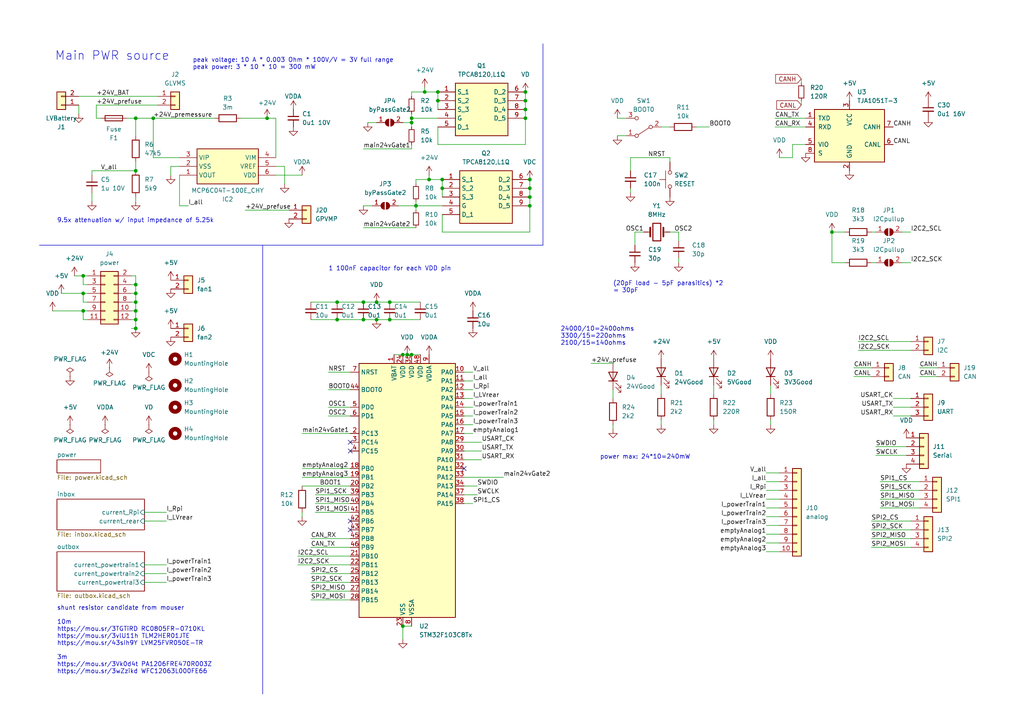
<source format=kicad_sch>
(kicad_sch (version 20230121) (generator eeschema)
  (paper "A4")
  (title_block (title "EP5 rearbox powerboard") (date "2024-06-27") (rev "2.0") (company "NTURacing") (comment 1 "郭哲明") (comment 2 "Electrical group"))
  (junction (at 116.84 102.87))
  (junction (at 39.37 92.71))
  (junction (at 24.13 90.17))
  (junction (at 39.37 49.53))
  (junction (at 113.03 92.71))
  (junction (at 39.37 87.63))
  (junction (at 39.37 34.29))
  (junction (at 39.37 90.17))
  (junction (at 118.11 102.87))
  (junction (at 39.37 95.25))
  (junction (at 39.37 85.09))
  (junction (at 152.4 29.21))
  (junction (at 123.19 26.67))
  (junction (at 24.13 85.09))
  (junction (at 109.22 92.71))
  (junction (at 152.4 26.67))
  (junction (at 39.37 82.55))
  (junction (at 24.13 80.01))
  (junction (at 97.79 87.63))
  (junction (at 119.38 34.29))
  (junction (at 97.79 92.71))
  (junction (at 153.67 54.61))
  (junction (at 77.47 34.29))
  (junction (at 127 26.67))
  (junction (at 153.67 59.69))
  (junction (at 153.67 57.15))
  (junction (at 119.38 35.56))
  (junction (at 152.4 34.29))
  (junction (at 105.41 87.63))
  (junction (at 153.67 52.07))
  (junction (at 128.27 54.61))
  (junction (at 116.84 181.61))
  (junction (at 127 29.21))
  (junction (at 105.41 92.71))
  (junction (at 124.46 52.07))
  (junction (at 119.38 102.87))
  (junction (at 44.45 34.29))
  (junction (at 113.03 87.63))
  (junction (at 152.4 31.75))
  (junction (at 120.65 59.69))
  (junction (at 128.27 52.07))
  (junction (at 241.3 67.31))
  (junction (at 109.22 87.63))
  (no_connect (at 101.6 128.27))
  (no_connect (at 101.6 151.13))
  (no_connect (at 101.6 153.67))
  (no_connect (at 134.62 135.89))
  (no_connect (at 101.6 130.81))
  (wire (pts (xy 152.4 31.75) (xy 152.4 34.29)))
  (wire (pts (xy 39.37 82.55) (xy 39.37 85.09)))
  (wire (pts (xy 128.27 67.31) (xy 128.27 62.23)))
  (wire (pts (xy 41.91 151.13) (xy 48.26 151.13)))
  (wire (pts (xy 41.91 163.83) (xy 48.26 163.83)))
  (wire (pts (xy 264.16 76.2) (xy 261.62 76.2)))
  (wire (pts (xy 137.16 123.19) (xy 134.62 123.19)))
  (wire (pts (xy 39.37 95.25) (xy 38.1 95.25)))
  (wire (pts (xy 137.16 115.57) (xy 134.62 115.57)))
  (wire (pts (xy 26.67 55.88) (xy 26.67 58.42)))
  (wire (pts (xy 105.41 92.71) (xy 109.22 92.71)))
  (wire (pts (xy 153.67 52.07) (xy 153.67 54.61)))
  (wire (pts (xy 152.4 29.21) (xy 152.4 31.75)))
  (wire (pts (xy 120.65 58.42) (xy 120.65 59.69)))
  (wire (pts (xy 91.44 143.51) (xy 101.6 143.51)))
  (wire (pts (xy 137.16 107.95) (xy 134.62 107.95)))
  (wire (pts (xy 105.41 59.69) (xy 107.95 59.69)))
  (wire (pts (xy 21.59 80.01) (xy 24.13 80.01)))
  (wire (pts (xy 105.41 87.63) (xy 109.22 87.63)))
  (wire (pts (xy 120.65 59.69) (xy 120.65 60.96)))
  (wire (pts (xy 248.92 99.06) (xy 264.16 99.06)))
  (wire (pts (xy 259.08 120.65) (xy 264.16 120.65)))
  (wire (pts (xy 36.83 34.29) (xy 39.37 34.29)))
  (wire (pts (xy 184.15 67.31) (xy 184.15 71.12)))
  (wire (pts (xy 201.93 36.83) (xy 205.74 36.83)))
  (wire (pts (xy 87.63 138.43) (xy 101.6 138.43)))
  (wire (pts (xy 223.52 123.19) (xy 223.52 121.92)))
  (wire (pts (xy 39.37 92.71) (xy 39.37 95.25)))
  (wire (pts (xy 87.63 125.73) (xy 101.6 125.73)))
  (wire (pts (xy 39.37 90.17) (xy 39.37 92.71)))
  (wire (pts (xy 247.65 109.22) (xy 252.73 109.22)))
  (wire (pts (xy 119.38 34.29) (xy 119.38 35.56)))
  (wire (pts (xy 17.78 85.09) (xy 24.13 85.09)))
  (wire (pts (xy 119.38 35.56) (xy 119.38 36.83)))
  (wire (pts (xy 179.07 39.37) (xy 181.61 39.37)))
  (wire (pts (xy 41.91 166.37) (xy 48.26 166.37)))
  (wire (pts (xy 191.77 123.19) (xy 191.77 121.92)))
  (wire (pts (xy 127 41.91) (xy 127 36.83)))
  (wire (pts (xy 39.37 90.17) (xy 38.1 90.17)))
  (wire (pts (xy 124.46 50.8) (xy 124.46 52.07)))
  (wire (pts (xy 39.37 85.09) (xy 39.37 87.63)))
  (wire (pts (xy 266.7 106.68) (xy 271.78 106.68)))
  (wire (pts (xy 97.79 92.71) (xy 105.41 92.71)))
  (wire (pts (xy 153.67 67.31) (xy 153.67 59.69)))
  (wire (pts (xy 222.25 142.24) (xy 226.06 142.24)))
  (wire (pts (xy 119.38 34.29) (xy 127 34.29)))
  (wire (pts (xy 118.11 102.87) (xy 119.38 102.87)))
  (wire (pts (xy 26.67 49.53) (xy 39.37 49.53)))
  (wire (pts (xy 24.13 90.17) (xy 24.13 92.71)))
  (wire (pts (xy 254 76.2) (xy 252.73 76.2)))
  (wire (pts (xy 123.19 26.67) (xy 127 26.67)))
  (wire (pts (xy 153.67 57.15) (xy 153.67 59.69)))
  (wire (pts (xy 171.45 105.41) (xy 177.8 105.41)))
  (wire (pts (xy 119.38 26.67) (xy 119.38 27.94)))
  (wire (pts (xy 38.1 80.01) (xy 39.37 80.01)))
  (wire (pts (xy 137.16 125.73) (xy 134.62 125.73)))
  (wire (pts (xy 119.38 102.87) (xy 121.92 102.87)))
  (wire (pts (xy 39.37 57.15) (xy 39.37 58.42)))
  (wire (pts (xy 224.79 36.83) (xy 233.68 36.83)))
  (wire (pts (xy 194.31 45.72) (xy 194.31 46.99)))
  (wire (pts (xy 194.31 67.31) (xy 196.85 67.31)))
  (polyline (pts (xy 157.48 12.7) (xy 157.48 71.12)))
  (wire (pts (xy 207.01 114.3) (xy 207.01 111.76)))
  (wire (pts (xy 54.61 59.69) (xy 52.07 59.69)))
  (wire (pts (xy 116.84 181.61) (xy 116.84 185.42)))
  (wire (pts (xy 127 26.67) (xy 127 29.21)))
  (wire (pts (xy 248.92 101.6) (xy 264.16 101.6)))
  (wire (pts (xy 232.41 22.86) (xy 232.41 24.13)))
  (wire (pts (xy 25.4 82.55) (xy 24.13 82.55)))
  (wire (pts (xy 153.67 54.61) (xy 153.67 57.15)))
  (wire (pts (xy 152.4 26.67) (xy 152.4 29.21)))
  (wire (pts (xy 39.37 80.01) (xy 39.37 82.55)))
  (wire (pts (xy 24.13 87.63) (xy 24.13 85.09)))
  (wire (pts (xy 119.38 41.91) (xy 119.38 43.18)))
  (wire (pts (xy 182.88 45.72) (xy 194.31 45.72)))
  (wire (pts (xy 182.88 55.88) (xy 182.88 54.61)))
  (wire (pts (xy 39.37 34.29) (xy 39.37 39.37)))
  (wire (pts (xy 222.25 139.7) (xy 226.06 139.7)))
  (wire (pts (xy 90.17 166.37) (xy 101.6 166.37)))
  (wire (pts (xy 24.13 85.09) (xy 25.4 85.09)))
  (wire (pts (xy 184.15 67.31) (xy 186.69 67.31)))
  (wire (pts (xy 191.77 36.83) (xy 194.31 36.83)))
  (wire (pts (xy 241.3 76.2) (xy 245.11 76.2)))
  (wire (pts (xy 69.85 34.29) (xy 77.47 34.29)))
  (wire (pts (xy 255.27 144.78) (xy 266.7 144.78)))
  (wire (pts (xy 137.16 120.65) (xy 134.62 120.65)))
  (wire (pts (xy 222.25 160.02) (xy 226.06 160.02)))
  (wire (pts (xy 252.73 153.67) (xy 264.16 153.67)))
  (wire (pts (xy 139.7 128.27) (xy 134.62 128.27)))
  (wire (pts (xy 39.37 85.09) (xy 38.1 85.09)))
  (wire (pts (xy 252.73 67.31) (xy 254 67.31)))
  (wire (pts (xy 90.17 156.21) (xy 101.6 156.21)))
  (wire (pts (xy 80.01 50.8) (xy 87.63 50.8)))
  (wire (pts (xy 139.7 133.35) (xy 134.62 133.35)))
  (wire (pts (xy 90.17 171.45) (xy 101.6 171.45)))
  (wire (pts (xy 254 129.54) (xy 262.89 129.54)))
  (wire (pts (xy 259.08 115.57) (xy 264.16 115.57)))
  (wire (pts (xy 241.3 67.31) (xy 241.3 76.2)))
  (wire (pts (xy 90.17 173.99) (xy 101.6 173.99)))
  (wire (pts (xy 41.91 168.91) (xy 48.26 168.91)))
  (wire (pts (xy 97.79 87.63) (xy 105.41 87.63)))
  (wire (pts (xy 95.25 113.03) (xy 101.6 113.03)))
  (wire (pts (xy 44.45 45.72) (xy 52.07 45.72)))
  (wire (pts (xy 177.8 124.46) (xy 177.8 123.19)))
  (wire (pts (xy 222.25 137.16) (xy 226.06 137.16)))
  (wire (pts (xy 86.36 163.83) (xy 101.6 163.83)))
  (wire (pts (xy 77.47 34.29) (xy 80.01 34.29)))
  (wire (pts (xy 86.36 161.29) (xy 101.6 161.29)))
  (wire (pts (xy 27.94 34.29) (xy 27.94 30.48)))
  (wire (pts (xy 105.41 66.04) (xy 120.65 66.04)))
  (wire (pts (xy 134.62 140.97) (xy 138.43 140.97)))
  (wire (pts (xy 146.05 138.43) (xy 134.62 138.43)))
  (wire (pts (xy 25.4 92.71) (xy 24.13 92.71)))
  (wire (pts (xy 114.3 102.87) (xy 116.84 102.87)))
  (wire (pts (xy 41.91 148.59) (xy 48.26 148.59)))
  (wire (pts (xy 49.53 48.26) (xy 49.53 50.8)))
  (wire (pts (xy 109.22 92.71) (xy 113.03 92.71)))
  (wire (pts (xy 22.86 30.48) (xy 22.86 33.02)))
  (wire (pts (xy 118.11 102.87) (xy 116.84 102.87)))
  (wire (pts (xy 222.25 147.32) (xy 226.06 147.32)))
  (wire (pts (xy 71.12 60.96) (xy 83.82 60.96)))
  (wire (pts (xy 87.63 148.59) (xy 87.63 149.86)))
  (wire (pts (xy 134.62 146.05) (xy 137.16 146.05)))
  (wire (pts (xy 120.65 52.07) (xy 120.65 53.34)))
  (polyline (pts (xy 11.43 71.12) (xy 157.48 71.12)))
  (wire (pts (xy 15.24 90.17) (xy 24.13 90.17)))
  (wire (pts (xy 124.46 52.07) (xy 120.65 52.07)))
  (wire (pts (xy 119.38 181.61) (xy 116.84 181.61)))
  (wire (pts (xy 119.38 43.18) (xy 105.41 43.18)))
  (wire (pts (xy 222.25 144.78) (xy 226.06 144.78)))
  (wire (pts (xy 261.62 67.31) (xy 264.16 67.31)))
  (wire (pts (xy 222.25 154.94) (xy 226.06 154.94)))
  (wire (pts (xy 44.45 34.29) (xy 62.23 34.29)))
  (wire (pts (xy 39.37 92.71) (xy 38.1 92.71)))
  (wire (pts (xy 49.53 48.26) (xy 52.07 48.26)))
  (polyline (pts (xy 76.2 71.12) (xy 76.2 201.295)))
  (wire (pts (xy 95.25 120.65) (xy 101.6 120.65)))
  (wire (pts (xy 115.57 59.69) (xy 120.65 59.69)))
  (wire (pts (xy 123.19 25.4) (xy 123.19 26.67)))
  (wire (pts (xy 91.44 146.05) (xy 101.6 146.05)))
  (wire (pts (xy 229.87 41.91) (xy 233.68 41.91)))
  (wire (pts (xy 52.07 59.69) (xy 52.07 50.8)))
  (wire (pts (xy 27.94 30.48) (xy 45.72 30.48)))
  (wire (pts (xy 241.3 67.31) (xy 245.11 67.31)))
  (wire (pts (xy 124.46 52.07) (xy 128.27 52.07)))
  (wire (pts (xy 26.67 50.8) (xy 26.67 49.53)))
  (wire (pts (xy 127 41.91) (xy 152.4 41.91)))
  (wire (pts (xy 128.27 52.07) (xy 128.27 54.61)))
  (wire (pts (xy 24.13 80.01) (xy 24.13 82.55)))
  (wire (pts (xy 39.37 46.99) (xy 39.37 49.53)))
  (wire (pts (xy 252.73 151.13) (xy 264.16 151.13)))
  (wire (pts (xy 255.27 139.7) (xy 266.7 139.7)))
  (wire (pts (xy 39.37 87.63) (xy 39.37 90.17)))
  (wire (pts (xy 252.73 156.21) (xy 264.16 156.21)))
  (wire (pts (xy 119.38 33.02) (xy 119.38 34.29)))
  (wire (pts (xy 196.85 74.93) (xy 196.85 76.2)))
  (wire (pts (xy 255.27 147.32) (xy 266.7 147.32)))
  (wire (pts (xy 27.94 34.29) (xy 29.21 34.29)))
  (wire (pts (xy 82.55 48.26) (xy 80.01 48.26)))
  (wire (pts (xy 191.77 114.3) (xy 191.77 111.76)))
  (wire (pts (xy 91.44 148.59) (xy 101.6 148.59)))
  (wire (pts (xy 39.37 82.55) (xy 38.1 82.55)))
  (wire (pts (xy 90.17 158.75) (xy 101.6 158.75)))
  (wire (pts (xy 95.25 118.11) (xy 101.6 118.11)))
  (wire (pts (xy 90.17 92.71) (xy 97.79 92.71)))
  (wire (pts (xy 222.25 152.4) (xy 226.06 152.4)))
  (wire (pts (xy 182.88 45.72) (xy 182.88 49.53)))
  (wire (pts (xy 82.55 53.34) (xy 82.55 48.26)))
  (wire (pts (xy 113.03 87.63) (xy 121.92 87.63)))
  (wire (pts (xy 177.8 115.57) (xy 177.8 113.03)))
  (wire (pts (xy 90.17 168.91) (xy 101.6 168.91)))
  (wire (pts (xy 179.07 34.29) (xy 181.61 34.29)))
  (wire (pts (xy 127 29.21) (xy 127 31.75)))
  (wire (pts (xy 222.25 157.48) (xy 226.06 157.48)))
  (wire (pts (xy 226.06 45.72) (xy 229.87 45.72)))
  (wire (pts (xy 22.86 27.94) (xy 45.72 27.94)))
  (wire (pts (xy 109.22 87.63) (xy 113.03 87.63)))
  (wire (pts (xy 106.68 35.56) (xy 109.22 35.56)))
  (wire (pts (xy 116.84 35.56) (xy 119.38 35.56)))
  (wire (pts (xy 137.16 110.49) (xy 134.62 110.49)))
  (wire (pts (xy 255.27 142.24) (xy 266.7 142.24)))
  (wire (pts (xy 24.13 90.17) (xy 25.4 90.17)))
  (wire (pts (xy 207.01 123.19) (xy 207.01 121.92)))
  (wire (pts (xy 24.13 80.01) (xy 25.4 80.01)))
  (wire (pts (xy 252.73 158.75) (xy 264.16 158.75)))
  (wire (pts (xy 137.16 118.11) (xy 134.62 118.11)))
  (wire (pts (xy 95.25 107.95) (xy 101.6 107.95)))
  (wire (pts (xy 25.4 87.63) (xy 24.13 87.63)))
  (wire (pts (xy 123.19 26.67) (xy 119.38 26.67)))
  (wire (pts (xy 229.87 45.72) (xy 229.87 41.91)))
  (wire (pts (xy 39.37 87.63) (xy 38.1 87.63)))
  (wire (pts (xy 87.63 140.97) (xy 101.6 140.97)))
  (wire (pts (xy 90.17 87.63) (xy 97.79 87.63)))
  (wire (pts (xy 137.16 113.03) (xy 134.62 113.03)))
  (wire (pts (xy 128.27 67.31) (xy 153.67 67.31)))
  (wire (pts (xy 224.79 34.29) (xy 233.68 34.29)))
  (wire (pts (xy 259.08 118.11) (xy 264.16 118.11)))
  (wire (pts (xy 87.63 135.89) (xy 101.6 135.89)))
  (wire (pts (xy 223.52 114.3) (xy 223.52 111.76)))
  (wire (pts (xy 44.45 34.29) (xy 44.45 45.72)))
  (wire (pts (xy 254 132.08) (xy 262.89 132.08)))
  (wire (pts (xy 232.41 30.48) (xy 232.41 29.21)))
  (wire (pts (xy 222.25 149.86) (xy 226.06 149.86)))
  (wire (pts (xy 80.01 34.29) (xy 80.01 45.72)))
  (wire (pts (xy 134.62 143.51) (xy 138.43 143.51)))
  (wire (pts (xy 247.65 106.68) (xy 252.73 106.68)))
  (wire (pts (xy 39.37 34.29) (xy 44.45 34.29)))
  (wire (pts (xy 139.7 130.81) (xy 134.62 130.81)))
  (wire (pts (xy 120.65 59.69) (xy 128.27 59.69)))
  (wire (pts (xy 266.7 109.22) (xy 271.78 109.22)))
  (wire (pts (xy 196.85 69.85) (xy 196.85 67.31)))
  (wire (pts (xy 113.03 92.71) (xy 121.92 92.71)))
  (wire (pts (xy 128.27 54.61) (xy 128.27 57.15)))
  (wire (pts (xy 152.4 41.91) (xy 152.4 34.29)))
  (text "peak voltage: 10 A * 0.003 Ohm * 100V/V = 3V full range\npeak power: 3 * 10 * 10 = 300 mW\n" (at 55.88 20.32 0) (effects (font (size 1.27 1.27)) (justify left bottom)))
  (text "24000/10=2400ohms\n3300/15=220ohms\n2100/15=140ohms\n" (at 162.56 100.33 0) (effects (font (size 1.27 1.27)) (justify left bottom)))
  (text "1 100nF capacitor for each VDD pin" (at 95.25 78.74 0) (effects (font (size 1.27 1.27)) (justify left bottom)))
  (text "(20pF load - 5pF parasitics) *2 \n= 30pF" (at 177.8 85.09 0) (effects (font (size 1.27 1.27)) (justify left bottom)))
  (text "9.5x attenuation w/ input impedance of 5.25k" (at 16.51 64.77 0) (effects (font (size 1.27 1.27)) (justify left bottom)))
  (text "Main PWR source" (at 15.875 17.78 0) (effects (font (size 2.54 2.54)) (justify left bottom)))
  (text "shunt resistor candidate from mouser\n\n10m\nhttps://mou.sr/3TGTiRD RC0805FR-0710KL\nhttps://mou.sr/3vlU11h TLM2HER01JTE \nhttps://mou.sr/43sIh9Y LVM25FVR050E-TR \n\n3m\nhttps://mou.sr/3Vk0d4t PA1206FRE470R003Z\nhttps://mou.sr/3wZzikd WFC12063L000FE66" (at 16.51 195.58 0) (effects (font (size 1.27 1.27)) (justify left bottom)))
  (text "power max: 24*10=240mW" (at 173.99 133.35 0) (effects (font (size 1.27 1.27)) (justify left bottom)))
  (label "I_powerTrain3" (at 48.26 168.91 0))
  (label "+24V_prefuse" (at 71.12 60.96 0))
  (label "emptyAnalog2" (at 87.63 135.89 0))
  (label "CAN_RX" (at 90.17 156.21 0))
  (label "NRST" (at 187.96 45.72 0))
  (label "+24V_prefuse" (at 27.94 30.48 0))
  (label "I_all" (at 222.25 139.7 180))
  (label "+24V_premessure" (at 44.45 34.29 0))
  (label "I2C2_SCL" (at 86.36 161.29 0))
  (label "CANL" (at 266.7 109.22 0))
  (label "CANL" (at 247.65 109.22 0))
  (label "emptyAnalog1" (at 222.25 154.94 180))
  (label "SPI2_SCK" (at 252.73 153.67 0))
  (label "V_all" (at 137.16 107.95 0))
  (label "emptyAnalog3" (at 222.25 160.02 180))
  (label "USART_CK" (at 139.7 128.27 0))
  (label "I2C2_SCL" (at 264.16 67.31 0))
  (label "USART_RX" (at 139.7 133.35 0))
  (label "+24V_BAT" (at 27.94 27.94 0))
  (label "BOOT0" (at 95.25 113.03 0))
  (label "SPI2_CS" (at 252.73 151.13 0))
  (label "SPI1_MOSI" (at 255.27 147.32 0))
  (label "I_Rpi" (at 137.16 113.03 0))
  (label "CANH" (at 266.7 106.68 0))
  (label "BOOT1" (at 92.71 140.97 0))
  (label "USART_TX" (at 259.08 118.11 180))
  (label "I_powerTrain1" (at 48.26 163.83 0))
  (label "+24V_prefuse" (at 171.45 105.41 0))
  (label "V_all" (at 29.21 49.53 0))
  (label "SPI2_MOSI" (at 90.17 173.99 0))
  (label "SPI2_CS" (at 90.17 166.37 0))
  (label "main24vGate1" (at 105.41 43.18 0))
  (label "OSC2" (at 95.25 120.65 0))
  (label "CAN_TX" (at 90.17 158.75 0))
  (label "CAN_TX" (at 224.79 34.29 0))
  (label "SPI1_CS" (at 255.27 139.7 0))
  (label "emptyAnalog3" (at 87.63 138.43 0))
  (label "I2C2_SCL" (at 248.92 99.06 0))
  (label "OSC1" (at 186.69 67.31 180))
  (label "I2C2_SCK" (at 248.92 101.6 0))
  (label "USART_TX" (at 139.7 130.81 0))
  (label "CANH" (at 247.65 106.68 0))
  (label "I2C2_SCK" (at 264.16 76.2 0))
  (label "SPI1_MOSI" (at 91.44 148.59 0))
  (label "I_LVrear" (at 222.25 144.78 180))
  (label "SPI1_SCK" (at 91.44 143.51 0))
  (label "emptyAnalog1" (at 137.16 125.73 0))
  (label "SPI2_MOSI" (at 252.73 158.75 0))
  (label "I_LVrear" (at 137.16 115.57 0))
  (label "I_all" (at 54.61 59.69 0))
  (label "SPI2_MISO" (at 252.73 156.21 0))
  (label "USART_RX" (at 259.08 120.65 180))
  (label "SPI2_MISO" (at 90.17 171.45 0))
  (label "I_Rpi" (at 48.26 148.59 0))
  (label "USART_CK" (at 259.08 115.57 180))
  (label "OSC1" (at 95.25 118.11 0))
  (label "NRST" (at 95.25 107.95 0))
  (label "I_Rpi" (at 222.25 142.24 180))
  (label "SPI1_CS" (at 137.16 146.05 0))
  (label "main24vGate1" (at 87.63 125.73 0))
  (label "main24vGate2" (at 146.05 138.43 0))
  (label "BOOT0" (at 205.74 36.83 0))
  (label "CAN_RX" (at 224.79 36.83 0))
  (label "CANL" (at 259.08 41.91 0))
  (label "OSC2" (at 195.58 67.31 0))
  (label "I_powerTrain1" (at 222.25 147.32 180))
  (label "I_powerTrain1" (at 137.16 118.11 0))
  (label "I_all" (at 137.16 110.49 0))
  (label "emptyAnalog2" (at 222.25 157.48 180))
  (label "SWDIO" (at 138.43 140.97 0))
  (label "I_powerTrain2" (at 137.16 120.65 0))
  (label "V_all" (at 222.25 137.16 180))
  (label "I_powerTrain3" (at 222.25 152.4 180))
  (label "I_powerTrain3" (at 137.16 123.19 0))
  (label "I_powerTrain2" (at 48.26 166.37 0))
  (label "SWDIO" (at 254 129.54 0))
  (label "I_LVrear" (at 48.26 151.13 0))
  (label "SPI1_MISO" (at 91.44 146.05 0))
  (label "SPI1_MISO" (at 255.27 144.78 0))
  (label "SWCLK" (at 138.43 143.51 0))
  (label "SPI1_SCK" (at 255.27 142.24 0))
  (label "CANH" (at 259.08 36.83 0))
  (label "SPI2_SCK" (at 90.17 168.91 0))
  (label "I2C2_SCK" (at 86.36 163.83 0))
  (label "main24vGate2" (at 105.41 66.04 0))
  (label "I_powerTrain2" (at 222.25 149.86 180))
  (label "SWCLK" (at 254 132.08 0))
  (global_label "CANH" (shape input) (at 232.41 22.86 180) (property "Intersheetrefs" "${INTERSHEET_REFS}" (effects hide)))
  (global_label "CANL" (shape input) (at 232.41 30.48 180) (property "Intersheetrefs" "${INTERSHEET_REFS}" (effects hide)))
  (symbol (lib_id "Switch:SW_Push") (at 194.31 52.07 90) (unit 1)
    (property "Reference" "SW2" (at 195.58 50.8 90) (effects (justify right)))
    (property "Value" "RESET" (at 195.58 53.34 90) (effects (justify right)))
    (property "Footprint" "Button_Switch_SMD:SW_Tactile_SPST_NO_Straight_CK_PTS636Sx25SMTRLFS" (effects hide))
  )
  (symbol (lib_id "power:+5V") (at 20.32 123.19 0) (unit 1)
    (property "Reference" "#PWR055" (effects hide))
    (property "Value" "+5V" (at 20.32 118.11 0))
  )
  (symbol (lib_id "power:GND") (at 137.16 95.25 0) (unit 1)
    (property "Reference" "#PWR043" (effects hide))
    (property "Value" "GND" (effects hide))
  )
  (symbol (lib_id "power:GND") (at 109.22 92.71 0) (unit 1)
    (property "Reference" "#PWR0109" (effects hide))
    (property "Value" "GND" (effects hide))
  )
  (symbol (lib_id "power:GND") (at 49.53 50.8 0) (unit 1)
    (property "Reference" "#PWR016" (effects hide))
    (property "Value" "GND" (effects hide))
  )
  (symbol (lib_id "power:VDC") (at 43.18 107.95 0) (unit 1)
    (property "Reference" "#PWR049" (effects hide))
    (property "Value" "VDC" (at 43.18 102.87 0))
  )
  (symbol (lib_id "Connector_Generic:Conn_01x10") (at 231.14 147.32 0) (unit 1)
    (property "Reference" "J10" (at 233.68 147.32 0) (effects (justify left)))
    (property "Value" "analog" (at 233.68 149.86 0) (effects (justify left)))
    (property "Footprint" "Connector_PinHeader_2.54mm:PinHeader_1x10_P2.54mm_Vertical" (effects hide))
  )
  (symbol (lib_id "Device:LED") (at 223.52 107.95 90) (unit 1)
    (property "Reference" "D3" (at 227.33 108.2675 90) (effects (justify right)))
    (property "Value" "3V3Good" (at 227.33 110.8075 90) (effects (justify right)))
    (property "Footprint" "LED_SMD:LED_0603_1608Metric" (effects hide))
  )
  (symbol (lib_id "power:+5V") (at 49.53 95.25 0) (unit 1)
    (property "Reference" "#PWR041" (effects hide))
    (property "Value" "+5V" (at 49.53 90.17 0))
  )
  (symbol (lib_id "Connector_Generic:Conn_01x02") (at 257.81 106.68 0) (unit 1)
    (property "Reference" "J8" (at 260.35 106.68 0) (effects (justify left)))
    (property "Value" "CAN" (at 260.35 109.22 0) (effects (justify left)))
    (property "Footprint" "Connector_JST:JST_XH_B2B-XH-A_1x02_P2.50mm_Vertical" (effects hide))
  )
  (symbol (lib_id "Device:R") (at 87.63 144.78 0) (mirror x) (unit 1)
    (property "Reference" "R12" (at 85.09 143.51 0) (effects (justify right)))
    (property "Value" "10k" (at 85.09 146.05 0) (effects (justify right)))
    (property "Footprint" "Resistor_SMD:R_0603_1608Metric_Pad0.98x0.95mm_HandSolder" (effects hide))
  )
  (symbol (lib_id "Jumper:SolderJumper_2_Open") (at 113.03 35.56 0) (unit 1)
    (property "Reference" "JP4" (at 113.03 29.21 0))
    (property "Value" "byPassGate2" (at 113.03 31.75 0))
    (property "Footprint" "Jumper:SolderJumper-2_P1.3mm_Open_RoundedPad1.0x1.5mm" (effects hide))
  )
  (symbol (lib_id "Device:R") (at 248.92 76.2 90) (unit 1)
    (property "Reference" "R19" (at 248.92 69.85 90))
    (property "Value" "3k3" (at 248.92 72.39 90))
    (property "Footprint" "Resistor_SMD:R_0603_1608Metric_Pad0.98x0.95mm_HandSolder" (effects hide))
  )
  (symbol (lib_id "Switch:SW_SPDT") (at 186.69 36.83 180) (unit 1)
    (property "Reference" "SW1" (at 186.69 29.21 0))
    (property "Value" "BOOT0" (at 186.69 31.75 0))
    (property "Footprint" "Connector_PinHeader_2.54mm:PinHeader_1x03_P2.54mm_Vertical" (effects hide))
  )
  (symbol (lib_id "power:GND") (at 20.32 109.22 0) (unit 1)
    (property "Reference" "#PWR050" (effects hide))
    (property "Value" "GND" (effects hide))
  )
  (symbol (lib_id "power:VDD") (at 179.07 34.29 0) (unit 1)
    (property "Reference" "#PWR046" (effects hide))
    (property "Value" "VDD" (at 179.07 29.21 0))
  )
  (symbol (lib_id "power:VDDA") (at 124.46 102.87 0) (unit 1)
    (property "Reference" "#PWR045" (effects hide))
    (property "Value" "VDDA" (at 124.46 97.79 0))
  )
  (symbol (lib_id "power:GND") (at 177.8 124.46 0) (unit 1)
    (property "Reference" "#PWR0124" (effects hide))
    (property "Value" "GND" (effects hide))
  )
  (symbol (lib_id "power:+5V") (at 49.53 81.28 0) (unit 1)
    (property "Reference" "#PWR034" (effects hide))
    (property "Value" "+5V" (at 49.53 76.2 0))
  )
  (symbol (lib_id "Jumper:SolderJumper_2_Open") (at 257.81 76.2 0) (unit 1)
    (property "Reference" "JP2" (at 257.81 69.85 0))
    (property "Value" "I2Cpullup" (at 257.81 72.39 0))
    (property "Footprint" "Jumper:SolderJumper-2_P1.3mm_Open_RoundedPad1.0x1.5mm" (effects hide))
  )
  (symbol (lib_id "power:+24V") (at 124.46 50.8 0) (unit 1)
    (property "Reference" "#PWR018" (effects hide))
    (property "Value" "+24V" (at 124.46 45.72 0))
  )
  (symbol (lib_id "Device:C_Small") (at 137.16 92.71 0) (unit 1)
    (property "Reference" "C16" (at 138.43 91.44 0) (effects (justify left)))
    (property "Value" "10u" (at 138.43 93.98 0) (effects (justify left)))
    (property "Footprint" "Capacitor_SMD:C_0603_1608Metric_Pad1.08x0.95mm_HandSolder" (effects hide))
  )
  (symbol (lib_id "power:PWR_FLAG") (at 20.32 109.22 0) (unit 1)
    (property "Reference" "#FLG03" (effects hide))
    (property "Value" "PWR_FLAG" (at 20.32 104.14 0))
  )
  (symbol (lib_id "Device:R_Small") (at 120.65 55.88 0) (unit 1)
    (property "Reference" "R8" (at 123.19 54.61 0) (effects (justify left)))
    (property "Value" "10k" (at 123.19 57.15 0) (effects (justify left)))
    (property "Footprint" "Resistor_SMD:R_0805_2012Metric" (effects hide))
  )
  (symbol (lib_id "power:VDD") (at 241.3 67.31 0) (unit 1)
    (property "Reference" "#PWR0111" (effects hide))
    (property "Value" "VDD" (at 241.3 62.23 0))
  )
  (symbol (lib_id "Connector_Generic:Conn_01x02") (at 276.86 106.68 0) (unit 1)
    (property "Reference" "J19" (at 279.4 106.68 0) (effects (justify left)))
    (property "Value" "CAN" (at 279.4 109.22 0) (effects (justify left)))
    (property "Footprint" "Connector_JST:JST_XH_B2B-XH-A_1x02_P2.50mm_Vertical" (effects hide))
  )
  (symbol (lib_id "Device:C_Small") (at 97.79 90.17 0) (unit 1)
    (property "Reference" "C12" (at 99.06 88.9 0) (effects (justify left)))
    (property "Value" "0u1" (at 99.06 91.44 0) (effects (justify left)))
    (property "Footprint" "Capacitor_SMD:C_0603_1608Metric_Pad1.08x0.95mm_HandSolder" (effects hide))
  )
  (symbol (lib_id "Device:LED") (at 177.8 109.22 90) (unit 1)
    (property "Reference" "D4" (at 181.61 109.5375 90) (effects (justify right)))
    (property "Value" "24VGood" (at 181.61 112.0775 90) (effects (justify right)))
    (property "Footprint" "LED_SMD:LED_0603_1608Metric" (effects hide))
  )
  (symbol (lib_id "MCU_ST_STM32F1:STM32F103C8Tx") (at 116.84 143.51 0) (unit 1)
    (property "Reference" "U2" (at 121.5741 181.61 0) (effects (justify left)))
    (property "Value" "STM32F103C8Tx" (at 121.5741 184.15 0) (effects (justify left)))
    (property "Footprint" "Package_QFP:LQFP-48_7x7mm_P0.5mm" (effects hide))
    (property "Datasheet" "https://www.st.com/resource/en/datasheet/stm32f103c8.pdf" (effects hide))
  )
  (symbol (lib_id "power:GND") (at 246.38 49.53 0) (unit 1)
    (property "Reference" "#PWR0115" (effects hide))
    (property "Value" "GND" (effects hide))
  )
  (symbol (lib_id "Device:R_Small") (at 120.65 63.5 180) (unit 1)
    (property "Reference" "R10" (at 123.19 62.23 0) (effects (justify right)))
    (property "Value" "10k" (at 123.19 64.77 0) (effects (justify right)))
    (property "Footprint" "Resistor_SMD:R_0805_2012Metric" (effects hide))
  )
  (symbol (lib_id "power:GND") (at 179.07 39.37 0) (unit 1)
    (property "Reference" "#PWR047" (effects hide))
    (property "Value" "GND" (effects hide))
  )
  (symbol (lib_id "Device:Crystal") (at 190.5 67.31 0) (unit 1)
    (property "Reference" "Y1" (at 190.5 59.69 0))
    (property "Value" "8MHz" (at 190.5 62.23 0))
    (property "Footprint" "Crystal:Crystal_HC49-U_Vertical" (effects hide))
  )
  (symbol (lib_id "power:PWR_FLAG") (at 43.18 123.19 0) (mirror x) (unit 1)
    (property "Reference" "#FLG06" (effects hide))
    (property "Value" "PWR_FLAG" (at 43.18 127.635 0))
  )
  (symbol (lib_id "Connector_Generic:Conn_01x02") (at 17.78 30.48 180) (unit 1)
    (property "Reference" "J1" (at 17.78 36.83 0))
    (property "Value" "LVBattery" (at 17.78 34.29 0))
    (property "Footprint" "Connector_AMASS:AMASS_XT60PW-M_1x02_P7.20mm_Horizontal" (effects hide))
  )
  (symbol (lib_id "Connector_Generic:Conn_01x02") (at 88.9 60.96 0) (unit 1)
    (property "Reference" "J20" (at 91.44 60.96 0) (effects (justify left)))
    (property "Value" "GPVMP" (at 91.44 63.5 0) (effects (justify left)))
    (property "Footprint" "Connector_JST:JST_XH_B2B-XH-A_1x02_P2.50mm_Vertical" (effects hide))
  )
  (symbol (lib_id "Device:R_Small") (at 119.38 30.48 0) (unit 1)
    (property "Reference" "R2" (at 121.92 29.21 0) (effects (justify left)))
    (property "Value" "10k" (at 121.92 31.75 0) (effects (justify left)))
    (property "Footprint" "Resistor_SMD:R_0805_2012Metric" (effects hide))
  )
  (symbol (lib_id "Mechanical:MountingHole") (at 50.8 111.76 0) (unit 1)
    (property "Reference" "H2" (at 53.34 110.49 0) (effects (justify left)))
    (property "Value" "MountingHole" (at 53.34 113.03 0) (effects (justify left)))
    (property "Footprint" "MountingHole:MountingHole_3.2mm_M3" (effects hide))
  )
  (symbol (lib_id "power:GND") (at 26.67 58.42 0) (unit 1)
    (property "Reference" "#PWR024" (effects hide))
    (property "Value" "GND" (effects hide))
  )
  (symbol (lib_id "power:PWR_FLAG") (at 43.18 107.95 0) (mirror x) (unit 1)
    (property "Reference" "#FLG02" (effects hide))
    (property "Value" "PWR_FLAG" (at 43.18 112.395 0))
  )
  (symbol (lib_id "Interface_CAN_LIN:TJA1051T-3") (at 246.38 39.37 0) (unit 1)
    (property "Reference" "U3" (at 248.5741 26.67 0) (effects (justify left)))
    (property "Value" "TJA1051T-3" (at 248.5741 29.21 0) (effects (justify left)))
    (property "Footprint" "Package_SO:SOIC-8_3.9x4.9mm_P1.27mm" (effects hide))
    (property "Datasheet" "http://www.nxp.com/docs/en/data-sheet/TJA1051.pdf" (effects hide))
  )
  (symbol (lib_id "power:VDDA") (at 30.48 123.19 0) (unit 1)
    (property "Reference" "#PWR056" (effects hide))
    (property "Value" "VDDA" (at 30.48 118.11 0))
  )
  (symbol (lib_id "power:+24V") (at 191.77 104.14 0) (unit 1)
    (property "Reference" "#PWR073" (effects hide))
    (property "Value" "+24V" (at 191.77 99.06 0))
  )
  (symbol (lib_id "Connector_Generic:Conn_01x03") (at 269.24 118.11 0) (unit 1)
    (property "Reference" "J9" (at 271.78 116.84 0) (effects (justify left)))
    (property "Value" "UART" (at 271.78 119.38 0) (effects (justify left)))
    (property "Footprint" "Connector_PinHeader_2.54mm:PinHeader_1x03_P2.54mm_Vertical" (effects hide))
  )
  (symbol (lib_id "power:VDDA") (at 87.63 50.8 0) (unit 1)
    (property "Reference" "#PWR05" (effects hide))
    (property "Value" "VDDA" (at 85.09 46.99 0) (effects (justify left)))
  )
  (symbol (lib_id "Device:R") (at 39.37 53.34 0) (unit 1)
    (property "Reference" "R7" (at 41.91 52.07 0) (effects (justify left)))
    (property "Value" "5k9" (at 41.91 54.61 0) (effects (justify left)))
    (property "Footprint" "Resistor_SMD:R_0805_2012Metric" (effects hide))
  )
  (symbol (lib_id "power:VDDA") (at 137.16 90.17 0) (unit 1)
    (property "Reference" "#PWR0108" (effects hide))
    (property "Value" "VDDA" (at 137.16 85.09 0))
  )
  (symbol (lib_id "power:VDDA") (at 85.09 31.75 0) (unit 1)
    (property "Reference" "#PWR017" (effects hide))
    (property "Value" "VDDA" (at 82.55 27.94 0) (effects (justify left)))
  )
  (symbol (lib_id "power:GND") (at 233.68 44.45 0) (unit 1)
    (property "Reference" "#PWR0113" (effects hide))
    (property "Value" "GND" (effects hide))
  )
  (symbol (lib_id "Device:R") (at 207.01 118.11 0) (unit 1)
    (property "Reference" "R22" (at 209.55 116.84 0) (effects (justify left)))
    (property "Value" "220R" (at 209.55 119.38 0) (effects (justify left)))
    (property "Footprint" "Resistor_SMD:R_0603_1608Metric" (effects hide))
  )
  (symbol (lib_id "Device:R") (at 66.04 34.29 270) (unit 1)
    (property "Reference" "R3" (at 66.04 28.575 90))
    (property "Value" "3m" (at 66.04 31.115 90))
    (property "Footprint" "Resistor_SMD:R_1206_3216Metric" (effects hide))
  )
  (symbol (lib_id "Device:C_Small") (at 113.03 90.17 0) (unit 1)
    (property "Reference" "C14" (at 114.3 88.9 0) (effects (justify left)))
    (property "Value" "0u1" (at 114.3 91.44 0) (effects (justify left)))
    (property "Footprint" "Capacitor_SMD:C_0603_1608Metric_Pad1.08x0.95mm_HandSolder" (effects hide))
  )
  (symbol (lib_id "power:GND") (at 83.82 63.5 0) (unit 1)
    (property "Reference" "#PWR015" (effects hide))
    (property "Value" "GND" (effects hide))
  )
  (symbol (lib_id "power:GND") (at 184.15 76.2 0) (unit 1)
    (property "Reference" "#PWR059" (effects hide))
    (property "Value" "GND" (effects hide))
  )
  (symbol (lib_id "Device:C_Small") (at 182.88 52.07 0) (unit 1)
    (property "Reference" "C17" (at 186.69 50.8 0) (effects (justify left)))
    (property "Value" "100n" (at 186.69 53.34 0) (effects (justify left)))
    (property "Footprint" "Capacitor_SMD:C_0603_1608Metric_Pad1.08x0.95mm_HandSolder" (effects hide))
  )
  (symbol (lib_id "Device:R_Small") (at 232.41 26.67 180) (unit 1) (in_bom no)
    (property "Reference" "R20" (at 234.95 25.4 0) (effects (justify right)))
    (property "Value" "120R" (at 234.95 27.94 0) (effects (justify right)))
    (property "Footprint" "Resistor_SMD:R_0603_1608Metric" (effects hide))
  )
  (symbol (lib_id "power:VDD") (at 15.24 90.17 0) (unit 1)
    (property "Reference" "#PWR040" (effects hide))
    (property "Value" "VDD" (at 15.24 85.09 0))
  )
  (symbol (lib_id "Device:C_Small") (at 26.67 53.34 0) (unit 1)
    (property "Reference" "C5" (at 29.21 52.07 0) (effects (justify left)))
    (property "Value" "1u 10V" (at 29.21 54.61 0) (effects (justify left)))
    (property "Footprint" "Capacitor_SMD:C_0805_2012Metric" (effects hide))
  )
  (symbol (lib_id "power:VDD") (at 223.52 104.14 0) (unit 1)
    (property "Reference" "#PWR0119" (effects hide))
    (property "Value" "VDD" (at 223.52 99.06 0))
  )
  (symbol (lib_id "SamacSys_Parts:TPCA8120,L1Q") (at 128.27 52.07 0) (unit 1)
    (property "Reference" "Q2" (at 140.97 44.45 0))
    (property "Value" "TPCA8120,L1Q" (at 140.97 46.99 0))
    (property "Footprint" "SamacSys_Parts:TPH4R003NLL1Q" (effects hide))
    (property "Height" "1" (effects hide))
    (property "Mouser Part Number" "757-TPCA8120L1Q" (effects hide))
    (property "Mouser Price/Stock" "https://www.mouser.co.uk/ProductDetail/Toshiba/TPCA8120L1Q?qs=B6kkDfuK7%2FD2wO%2FgucdpPg%3D%3D" (effects hide))
    (property "Manufacturer_Name" "Toshiba" (effects hide))
    (property "Manufacturer_Part_Number" "TPCA8120,L1Q" (effects hide))
  )
  (symbol (lib_id "power:PWR_FLAG") (at 31.75 106.68 0) (mirror x) (unit 1)
    (property "Reference" "#FLG01" (effects hide))
    (property "Value" "PWR_FLAG" (at 31.75 111.125 0))
  )
  (symbol (lib_id "Connector_Generic:Conn_01x02") (at 269.24 99.06 0) (unit 1)
    (property "Reference" "J7" (at 271.78 99.06 0) (effects (justify left)))
    (property "Value" "I2C" (at 271.78 101.6 0) (effects (justify left)))
    (property "Footprint" "Connector_PinHeader_2.54mm:PinHeader_1x02_P2.54mm_Vertical" (effects hide))
  )
  (symbol (lib_id "Jumper:SolderJumper_2_Open") (at 257.81 67.31 0) (unit 1)
    (property "Reference" "JP1" (at 257.81 60.96 0))
    (property "Value" "I2Cpullup" (at 257.81 63.5 0))
    (property "Footprint" "Jumper:SolderJumper-2_P1.3mm_Open_RoundedPad1.0x1.5mm" (effects hide))
  )
  (symbol (lib_id "power:GND") (at 82.55 53.34 0) (unit 1)
    (property "Reference" "#PWR022" (effects hide))
    (property "Value" "GND" (effects hide))
  )
  (symbol (lib_id "Device:C_Small") (at 85.09 34.29 0) (unit 1)
    (property "Reference" "C1" (at 87.63 33.0263 0) (effects (justify left)))
    (property "Value" "0u1 10V" (at 87.63 35.5663 0) (effects (justify left)))
    (property "Footprint" "Capacitor_SMD:C_0805_2012Metric" (effects hide))
  )
  (symbol (lib_id "Mechanical:MountingHole") (at 50.8 118.11 0) (unit 1)
    (property "Reference" "H3" (at 53.34 116.84 0) (effects (justify left)))
    (property "Value" "MountingHole" (at 53.34 119.38 0) (effects (justify left)))
    (property "Footprint" "MountingHole:MountingHole_3.2mm_M3" (effects hide))
  )
  (symbol (lib_id "power:+5V") (at 17.78 85.09 0) (unit 1)
    (property "Reference" "#PWR039" (effects hide))
    (property "Value" "+5V" (at 17.78 80.01 0))
  )
  (symbol (lib_id "Connector_Generic:Conn_01x04") (at 267.97 129.54 0) (unit 1)
    (property "Reference" "J11" (at 270.51 129.54 0) (effects (justify left)))
    (property "Value" "Serial" (at 270.51 132.08 0) (effects (justify left)))
    (property "Footprint" "Connector_PinHeader_2.54mm:PinHeader_1x04_P2.54mm_Vertical" (effects hide))
  )
  (symbol (lib_id "power:GND") (at 87.63 149.86 0) (unit 1)
    (property "Reference" "#PWR058" (effects hide))
    (property "Value" "GND" (effects hide))
  )
  (symbol (lib_id "SamacSys_Parts:MCP6C04T-100E_CHY") (at 52.07 50.8 0) (mirror x) (unit 1)
    (property "Reference" "IC2" (at 66.04 57.785 0))
    (property "Value" "MCP6C04T-100E_CHY" (at 66.04 55.245 0))
    (property "Footprint" "SamacSys_Parts:SOT95P280X145-6N" (effects hide))
    (property "Height" "1.45" (effects hide))
    (property "Mouser Part Number" "579-MCP6C04T100ECHY" (effects hide))
    (property "Mouser Price/Stock" "https://www.mouser.co.uk/ProductDetail/Microchip-Technology/MCP6C04T-100E-CHY?qs=3HJ2avRr9PJRQkbNv3EK6Q%3D%3D" (effects hide))
    (property "Manufacturer_Name" "Microchip" (effects hide))
    (property "Manufacturer_Part_Number" "MCP6C04T-100E/CHY" (effects hide))
  )
  (symbol (lib_id "Connector_Generic:Conn_01x02") (at 54.61 81.28 0) (unit 1)
    (property "Reference" "J5" (at 57.15 81.28 0) (effects (justify left)))
    (property "Value" "fan1" (at 57.15 83.82 0) (effects (justify left)))
    (property "Footprint" "Connector_JST:JST_XH_B2B-XH-A_1x02_P2.50mm_Vertical" (effects hide))
  )
  (symbol (lib_id "Device:C_Small") (at 269.24 31.75 0) (unit 1)
    (property "Reference" "C30" (at 271.78 30.4863 0) (effects (justify left)))
    (property "Value" "0u1 16V" (at 271.78 33.0263 0) (effects (justify left)))
    (property "Footprint" "Capacitor_SMD:C_0805_2012Metric" (effects hide))
  )
  (symbol (lib_id "Device:C_Small") (at 105.41 90.17 0) (unit 1)
    (property "Reference" "C13" (at 106.68 88.9 0) (effects (justify left)))
    (property "Value" "0u1" (at 106.68 91.44 0) (effects (justify left)))
    (property "Footprint" "Capacitor_SMD:C_0603_1608Metric_Pad1.08x0.95mm_HandSolder" (effects hide))
  )
  (symbol (lib_id "Connector_Generic:Conn_02x06_Odd_Even") (at 30.48 85.09 0) (unit 1)
    (property "Reference" "J4" (at 31.75 73.66 0))
    (property "Value" "power" (at 31.75 76.2 0))
    (property "Footprint" "Connector_PinHeader_2.54mm:PinHeader_2x06_P2.54mm_Vertical" (effects hide))
  )
  (symbol (lib_id "power:GND") (at 196.85 76.2 0) (unit 1)
    (property "Reference" "#PWR060" (effects hide))
    (property "Value" "GND" (effects hide))
  )
  (symbol (lib_id "Device:LED") (at 207.01 107.95 90) (unit 1)
    (property "Reference" "D2" (at 210.82 108.2675 90) (effects (justify right)))
    (property "Value" "5VGood" (at 210.82 110.8075 90) (effects (justify right)))
    (property "Footprint" "LED_SMD:LED_0603_1608Metric" (effects hide))
  )
  (symbol (lib_id "Device:LED") (at 191.77 107.95 90) (unit 1)
    (property "Reference" "D1" (at 195.58 108.2675 90) (effects (justify right)))
    (property "Value" "24VGood" (at 195.58 110.8075 90) (effects (justify right)))
    (property "Footprint" "LED_SMD:LED_0603_1608Metric" (effects hide))
  )
  (symbol (lib_id "Device:R") (at 248.92 67.31 90) (unit 1)
    (property "Reference" "R18" (at 248.92 60.96 90))
    (property "Value" "3k3" (at 248.92 63.5 90))
    (property "Footprint" "Resistor_SMD:R_0603_1608Metric_Pad0.98x0.95mm_HandSolder" (effects hide))
  )
  (symbol (lib_id "Device:R") (at 198.12 36.83 90) (unit 1)
    (property "Reference" "R11" (at 198.12 31.115 90))
    (property "Value" "10k" (at 198.12 33.655 90))
    (property "Footprint" "Resistor_SMD:R_0603_1608Metric_Pad0.98x0.95mm_HandSolder" (effects hide))
  )
  (symbol (lib_id "Mechanical:MountingHole") (at 50.8 125.73 0) (unit 1)
    (property "Reference" "H4" (at 53.34 124.46 0) (effects (justify left)))
    (property "Value" "MountingHole" (at 53.34 127 0) (effects (justify left)))
    (property "Footprint" "MountingHole:MountingHole_3.2mm_M3" (effects hide))
  )
  (symbol (lib_id "Connector_Generic:Conn_01x04") (at 271.78 142.24 0) (unit 1)
    (property "Reference" "J12" (at 274.32 142.24 0) (effects (justify left)))
    (property "Value" "SPI1" (at 274.32 144.78 0) (effects (justify left)))
    (property "Footprint" "Connector_PinHeader_2.54mm:PinHeader_1x04_P2.54mm_Vertical" (effects hide))
  )
  (symbol (lib_id "power:GND") (at 207.01 123.19 0) (unit 1)
    (property "Reference" "#PWR0121" (effects hide))
    (property "Value" "GND" (effects hide))
  )
  (symbol (lib_id "Mechanical:MountingHole") (at 50.8 104.14 0) (unit 1)
    (property "Reference" "H1" (at 53.34 102.87 0) (effects (justify left)))
    (property "Value" "MountingHole" (at 53.34 105.41 0) (effects (justify left)))
    (property "Footprint" "MountingHole:MountingHole_3.2mm_M3" (effects hide))
  )
  (symbol (lib_id "power:+5V") (at 207.01 104.14 0) (unit 1)
    (property "Reference" "#PWR0118" (effects hide))
    (property "Value" "+5V" (at 207.01 99.06 0))
  )
  (symbol (lib_id "power:VD") (at 152.4 26.67 0) (unit 1)
    (property "Reference" "#PWR03" (effects hide))
    (property "Value" "VD" (at 152.4 21.59 0))
  )
  (symbol (lib_id "Device:C_Small") (at 121.92 90.17 0) (unit 1)
    (property "Reference" "C15" (at 123.19 88.9 0) (effects (justify left)))
    (property "Value" "0u1" (at 123.19 91.44 0) (effects (justify left)))
    (property "Footprint" "Capacitor_SMD:C_0603_1608Metric_Pad1.08x0.95mm_HandSolder" (effects hide))
  )
  (symbol (lib_id "Connector_Generic:Conn_01x02") (at 50.8 27.94 0) (unit 1)
    (property "Reference" "J2" (at 50.8 21.59 0))
    (property "Value" "GLVMS" (at 50.8 24.13 0))
    (property "Footprint" "Connector_AMASS:AMASS_XT60PW-M_1x02_P7.20mm_Horizontal" (effects hide))
  )
  (symbol (lib_id "power:VDD") (at 109.22 87.63 0) (unit 1)
    (property "Reference" "#PWR038" (effects hide))
    (property "Value" "VDD" (at 109.22 82.55 0))
  )
  (symbol (lib_id "Device:R") (at 191.77 118.11 0) (unit 1)
    (property "Reference" "R21" (at 194.31 116.84 0) (effects (justify left)))
    (property "Value" "2k2" (at 194.31 119.38 0) (effects (justify left)))
    (property "Footprint" "Resistor_SMD:R_0805_2012Metric" (effects hide))
  )
  (symbol (lib_id "power:PWR_FLAG") (at 30.48 123.19 0) (mirror x) (unit 1)
    (property "Reference" "#FLG05" (effects hide))
    (property "Value" "PWR_FLAG" (at 30.48 127.635 0))
  )
  (symbol (lib_id "power:GND") (at 262.89 134.62 0) (unit 1)
    (property "Reference" "#PWR054" (effects hide))
    (property "Value" "GND" (effects hide))
  )
  (symbol (lib_id "power:GND") (at 49.53 97.79 0) (unit 1)
    (property "Reference" "#PWR042" (effects hide))
    (property "Value" "GND" (effects hide))
  )
  (symbol (lib_id "power:GND") (at 49.53 83.82 0) (unit 1)
    (property "Reference" "#PWR037" (effects hide))
    (property "Value" "GND" (effects hide))
  )
  (symbol (lib_id "Device:R") (at 177.8 119.38 0) (unit 1)
    (property "Reference" "R24" (at 180.34 118.11 0) (effects (justify left)))
    (property "Value" "2k2" (at 180.34 120.65 0) (effects (justify left)))
    (property "Footprint" "Resistor_SMD:R_0805_2012Metric" (effects hide))
  )
  (symbol (lib_id "power:GND") (at 105.41 59.69 0) (unit 1)
    (property "Reference" "#PWR026" (effects hide))
    (property "Value" "GND" (effects hide))
  )
  (symbol (lib_id "power:PWR_FLAG") (at 20.32 123.19 0) (mirror x) (unit 1)
    (property "Reference" "#FLG04" (effects hide))
    (property "Value" "PWR_FLAG" (at 20.32 127.635 0))
  )
  (symbol (lib_id "Device:C_Small") (at 90.17 90.17 0) (unit 1)
    (property "Reference" "C11" (at 91.44 88.9 0) (effects (justify left)))
    (property "Value" "10u" (at 91.44 91.44 0) (effects (justify left)))
    (property "Footprint" "Capacitor_SMD:C_0603_1608Metric_Pad1.08x0.95mm_HandSolder" (effects hide))
  )
  (symbol (lib_id "power:GND") (at 39.37 95.25 0) (unit 1)
    (property "Reference" "#PWR044" (effects hide))
    (property "Value" "GND" (effects hide))
  )
  (symbol (lib_id "power:GND") (at 223.52 123.19 0) (unit 1)
    (property "Reference" "#PWR0122" (effects hide))
    (property "Value" "GND" (effects hide))
  )
  (symbol (lib_id "power:+24V") (at 123.19 25.4 0) (unit 1)
    (property "Reference" "#PWR02" (effects hide))
    (property "Value" "+24V" (at 123.19 20.32 0))
  )
  (symbol (lib_id "power:GND") (at 269.24 34.29 0) (unit 1)
    (property "Reference" "#PWR0117" (effects hide))
    (property "Value" "GND" (effects hide))
  )
  (symbol (lib_id "power:VDD") (at 118.11 102.87 0) (unit 1)
    (property "Reference" "#PWR0110" (effects hide))
    (property "Value" "VDD" (at 118.11 97.79 0))
  )
  (symbol (lib_id "power:GND") (at 85.09 36.83 0) (unit 1)
    (property "Reference" "#PWR09" (effects hide))
    (property "Value" "GND" (effects hide))
  )
  (symbol (lib_id "power:VDD") (at 262.89 127 0) (unit 1)
    (property "Reference" "#PWR051" (effects hide))
    (property "Value" "VDD" (at 262.89 121.92 0))
  )
  (symbol (lib_id "power:+24V") (at 77.47 34.29 0) (unit 1)
    (property "Reference" "#PWR08" (effects hide))
    (property "Value" "+24V" (at 77.47 29.845 0))
  )
  (symbol (lib_id "power:GND") (at 182.88 55.88 0) (unit 1)
    (property "Reference" "#PWR052" (effects hide))
    (property "Value" "GND" (effects hide))
  )
  (symbol (lib_id "Device:C_Small") (at 184.15 73.66 0) (unit 1)
    (property "Reference" "C19" (at 187.96 72.39 0) (effects (justify left)))
    (property "Value" "30p" (at 187.96 74.93 0) (effects (justify left)))
    (property "Footprint" "Capacitor_SMD:C_0603_1608Metric_Pad1.08x0.95mm_HandSolder" (effects hide))
  )
  (symbol (lib_id "Connector_Generic:Conn_01x02") (at 54.61 95.25 0) (unit 1)
    (property "Reference" "J6" (at 57.15 95.25 0) (effects (justify left)))
    (property "Value" "fan2" (at 57.15 97.79 0) (effects (justify left)))
    (property "Footprint" "Connector_JST:JST_XH_B2B-XH-A_1x02_P2.50mm_Vertical" (effects hide))
  )
  (symbol (lib_id "Device:R_Small") (at 119.38 39.37 180) (unit 1)
    (property "Reference" "R5" (at 121.92 38.1 0) (effects (justify right)))
    (property "Value" "10k" (at 121.92 40.64 0) (effects (justify right)))
    (property "Footprint" "Resistor_SMD:R_0805_2012Metric" (effects hide))
  )
  (symbol (lib_id "power:GND") (at 39.37 58.42 0) (unit 1)
    (property "Reference" "#PWR025" (effects hide))
    (property "Value" "GND" (effects hide))
  )
  (symbol (lib_id "power:GND") (at 106.68 35.56 0) (unit 1)
    (property "Reference" "#PWR072" (effects hide))
    (property "Value" "GND" (effects hide))
  )
  (symbol (lib_id "Device:R") (at 39.37 43.18 0) (unit 1)
    (property "Reference" "R6" (at 41.91 41.91 0) (effects (justify left)))
    (property "Value" "47k5" (at 41.91 44.45 0) (effects (justify left)))
    (property "Footprint" "Resistor_SMD:R_0805_2012Metric" (effects hide))
  )
  (symbol (lib_id "Device:C_Small") (at 196.85 72.39 0) (unit 1)
    (property "Reference" "C18" (at 200.66 71.12 0) (effects (justify left)))
    (property "Value" "30p" (at 200.66 73.66 0) (effects (justify left)))
    (property "Footprint" "Capacitor_SMD:C_0603_1608Metric_Pad1.08x0.95mm_HandSolder" (effects hide))
  )
  (symbol (lib_id "power:+24V") (at 31.75 106.68 0) (unit 1)
    (property "Reference" "#PWR048" (effects hide))
    (property "Value" "+24V" (at 31.75 102.235 0))
  )
  (symbol (lib_id "power:+5V") (at 269.24 29.21 0) (unit 1)
    (property "Reference" "#PWR0116" (effects hide))
    (property "Value" "+5V" (at 269.24 24.13 0))
  )
  (symbol (lib_id "power:+24V") (at 21.59 80.01 0) (unit 1)
    (property "Reference" "#PWR035" (effects hide))
    (property "Value" "+24V" (at 21.59 74.93 0))
  )
  (symbol (lib_id "power:+5V") (at 246.38 29.21 0) (unit 1)
    (property "Reference" "#PWR0112" (effects hide))
    (property "Value" "+5V" (at 246.38 24.13 0))
  )
  (symbol (lib_id "SamacSys_Parts:TPCA8120,L1Q") (at 127 26.67 0) (unit 1)
    (property "Reference" "Q1" (at 139.7 19.05 0))
    (property "Value" "TPCA8120,L1Q" (at 139.7 21.59 0))
    (property "Footprint" "SamacSys_Parts:TPH4R003NLL1Q" (effects hide))
    (property "Height" "1" (effects hide))
    (property "Mouser Part Number" "757-TPCA8120L1Q" (effects hide))
    (property "Mouser Price/Stock" "https://www.mouser.co.uk/ProductDetail/Toshiba/TPCA8120L1Q?qs=B6kkDfuK7%2FD2wO%2FgucdpPg%3D%3D" (effects hide))
    (property "Manufacturer_Name" "Toshiba" (effects hide))
    (property "Manufacturer_Part_Number" "TPCA8120,L1Q" (effects hide))
  )
  (symbol (lib_id "power:GND") (at 191.77 123.19 0) (unit 1)
    (property "Reference" "#PWR0120" (effects hide))
    (property "Value" "GND" (effects hide))
  )
  (symbol (lib_id "power:VDD") (at 226.06 45.72 0) (unit 1)
    (property "Reference" "#PWR0114" (effects hide))
    (property "Value" "VDD" (at 226.06 40.64 0))
  )
  (symbol (lib_id "power:GND") (at 116.84 185.42 0) (unit 1)
    (property "Reference" "#PWR061" (effects hide))
    (property "Value" "GND" (effects hide))
  )
  (symbol (lib_id "Device:Fuse") (at 33.02 34.29 90) (mirror x) (unit 1)
    (property "Reference" "F1" (at 33.02 40.005 90))
    (property "Value" "Fuse" (at 33.02 37.465 90))
    (property "Footprint" "Fuse:Fuseholder_Cylinder-5x20mm_Schurter_0031_8201_Horizontal_Open" (effects hide))
  )
  (symbol (lib_id "Device:R") (at 223.52 118.11 0) (unit 1)
    (property "Reference" "R23" (at 226.06 116.84 0) (effects (justify left)))
    (property "Value" "150R" (at 226.06 119.38 0) (effects (justify left)))
    (property "Footprint" "Resistor_SMD:R_0603_1608Metric" (effects hide))
  )
  (symbol (lib_id "power:GND") (at 22.86 33.02 0) (unit 1)
    (property "Reference" "#PWR07" (effects hide))
    (property "Value" "GND" (effects hide))
  )
  (symbol (lib_id "power:VD") (at 43.18 123.19 0) (unit 1)
    (property "Reference" "#PWR057" (effects hide))
    (property "Value" "VD" (at 43.18 118.11 0))
  )
  (symbol (lib_id "Jumper:SolderJumper_2_Open") (at 111.76 59.69 0) (unit 1)
    (property "Reference" "JP3" (at 111.76 53.34 0))
    (property "Value" "byPassGate2" (at 111.76 55.88 0))
    (property "Footprint" "Jumper:SolderJumper-2_P1.3mm_Open_RoundedPad1.0x1.5mm" (effects hide))
  )
  (symbol (lib_id "power:GND") (at 194.31 57.15 0) (unit 1)
    (property "Reference" "#PWR053" (effects hide))
    (property "Value" "GND" (effects hide))
  )
  (symbol (lib_id "power:VDC") (at 153.67 52.07 0) (unit 1)
    (property "Reference" "#PWR020" (effects hide))
    (property "Value" "VDC" (at 153.67 46.99 0))
  )
  (symbol (lib_id "Connector_Generic:Conn_01x04") (at 269.24 153.67 0) (unit 1)
    (property "Reference" "J13" (at 271.78 153.67 0) (effects (justify left)))
    (property "Value" "SPI2" (at 271.78 156.21 0) (effects (justify left)))
    (property "Footprint" "Connector_PinHeader_2.54mm:PinHeader_1x04_P2.54mm_Vertical" (effects hide))
  )
  (sheet (at 16.51 160.02) (size 25.4 11.43) (stroke (width 0.1524))
    (property "Sheetname" "outbox" (at 16.51 159.3084 0) (effects (justify left bottom)))
    (property "Sheetfile" "outbox.kicad_sch" (at 16.51 172.0346 0) (effects (justify left top)))
    (pin "current_powertrai3" input (at 41.91 168.91 0))
    (pin "current_powertrain2" input (at 41.91 166.37 0))
    (pin "current_powertrain1" input (at 41.91 163.83 0))
  )
  (sheet (at 16.51 133.35) (size 12.7 3.81) (stroke (width 0.1524))
    (property "Sheetname" "power" (at 16.51 132.6384 0) (effects (justify left bottom)))
    (property "Sheetfile" "power.kicad_sch" (at 16.51 137.7446 0) (effects (justify left top)))
  )
  (sheet (at 16.51 144.78) (size 25.4 8.89) (stroke (width 0.1524))
    (property "Sheetname" "inbox" (at 16.51 144.0684 0) (effects (justify left bottom)))
    (property "Sheetfile" "inbox.kicad_sch" (at 16.51 154.2546 0) (effects (justify left top)))
    (pin "current_rear" input (at 41.91 151.13 0))
    (pin "current_Rpi" input (at 41.91 148.59 0))
  )
)
</source>
